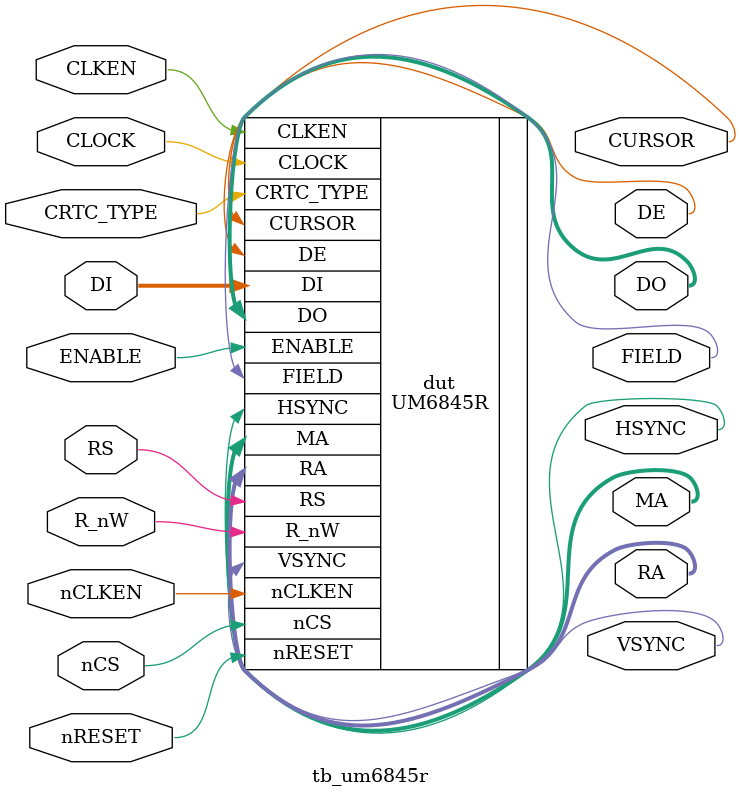
<source format=sv>
module tb_um6845r (
    input            CLOCK,
    input            CLKEN,
    input            nCLKEN,
    input            nRESET,
    input            CRTC_TYPE,
    input            ENABLE,
    input            nCS,
    input            R_nW,
    input            RS,
    input      [7:0] DI,
    output reg [7:0] DO,
    output reg       VSYNC,
    output reg       HSYNC,
    output           DE,
    output           FIELD,
    output           CURSOR,
    output    [13:0] MA,
    output     [4:0] RA
);

    // Instantiate DUT
    UM6845R dut (
        .CLOCK(CLOCK),
        .CLKEN(CLKEN),
        .nCLKEN(nCLKEN),
        .nRESET(nRESET),
        .CRTC_TYPE(CRTC_TYPE),
        .ENABLE(ENABLE),
        .nCS(nCS),
        .R_nW(R_nW),
        .RS(RS),
        .DI(DI),
        .DO(DO),
        .VSYNC(VSYNC),
        .HSYNC(HSYNC),
        .DE(DE),
        .FIELD(FIELD),
        .CURSOR(CURSOR),
        .MA(MA),
        .RA(RA)
    );

endmodule

</source>
